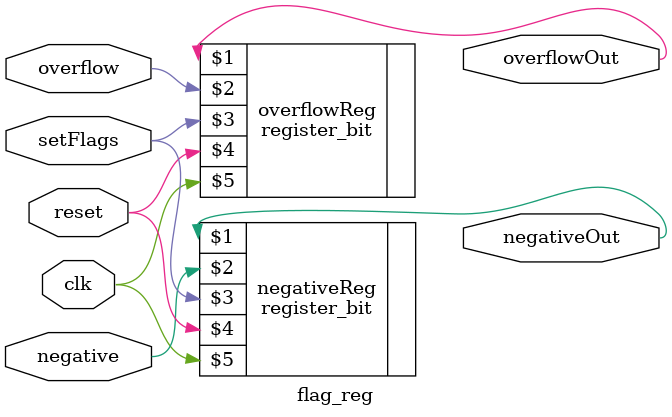
<source format=sv>
module flag_reg (overflowOut, negativeOut, overflow, negative, setFlags, reset, clk);
    input overflow, negative, setFlags, reset, clk;
    output overflowOut, negativeOut;

    register_bit overflowReg (overflowOut, overflow, setFlags, reset, clk);
    register_bit negativeReg (negativeOut, negative, setFlags, reset, clk);

endmodule

</source>
